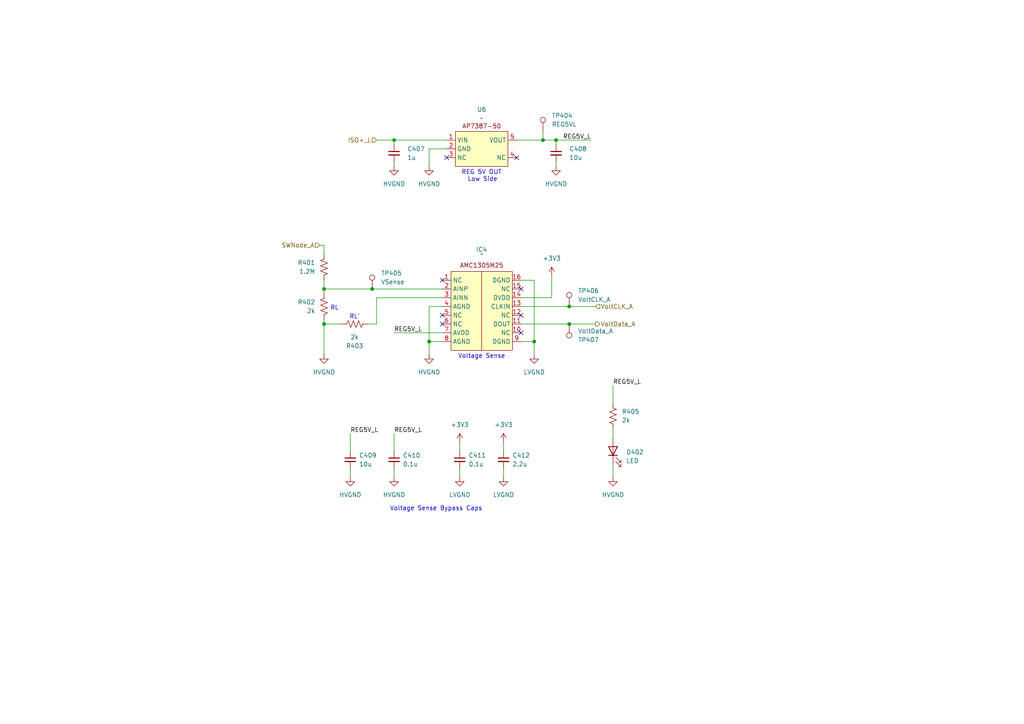
<source format=kicad_sch>
(kicad_sch (version 20250114) (generator "eeschema") (generator_version "9.0")
  (paper "A4")
  (lib_symbols
    (symbol "Connector:TestPoint" (pin_numbers (hide yes)) (pin_names (offset 0.762) (hide yes))
      (property "Reference" "TP" (at 0 6.858 0))
      (property "Value" "TestPoint" (at 0 5.08 0))
      (symbol "TestPoint_0_1"
        (circle (center 0 3.302) (radius 0.762))
      )
      (symbol "TestPoint_1_1"
        (pin passive line (at 0 0 90) (length 2.54) (name "1") (number "1"))
      )
    )
    (symbol "CustomMoco:AMC1305M25"
      (property "Reference" "IC" (at 0 0 0))
      (symbol "AMC1305M25_0_1"
        (polyline (pts (xy 0 11.43) (xy 0 -11.43)))
      )
      (symbol "AMC1305M25_1_1"
        (rectangle (start -8.89 11.43) (end 8.89 -11.43) (fill (type color) (color 255 255 194 1)))
        (text "AMC1305M25" (at 0 13.208 0) (effects (font (size 1.27 1.27))))
        (pin passive line (at -11.43 8.89 0) (length 2.54) (name "NC") (number "1"))
        (pin passive line (at -11.43 6.35 0) (length 2.54) (name "AINP") (number "2"))
        (pin passive line (at -11.43 3.81 0) (length 2.54) (name "AINN") (number "3"))
        (pin passive line (at -11.43 1.27 0) (length 2.54) (name "AGND") (number "4"))
        (pin passive line (at -11.43 -1.27 0) (length 2.54) (name "NC") (number "5"))
        (pin passive line (at -11.43 -3.81 0) (length 2.54) (name "NC") (number "6"))
        (pin passive line (at -11.43 -6.35 0) (length 2.54) (name "AVDD") (number "7"))
        (pin passive line (at -11.43 -8.89 0) (length 2.54) (name "AGND") (number "8"))
        (pin passive line (at 11.43 8.89 180) (length 2.54) (name "DGND") (number "16"))
        (pin passive line (at 11.43 6.35 180) (length 2.54) (name "NC") (number "15"))
        (pin passive line (at 11.43 3.81 180) (length 2.54) (name "DVDD") (number "14"))
        (pin passive line (at 11.43 1.27 180) (length 2.54) (name "CLKIN") (number "13"))
        (pin passive line (at 11.43 -1.27 180) (length 2.54) (name "NC") (number "12"))
        (pin passive line (at 11.43 -3.81 180) (length 2.54) (name "DOUT") (number "11"))
        (pin passive line (at 11.43 -6.35 180) (length 2.54) (name "NC") (number "10"))
        (pin passive line (at 11.43 -8.89 180) (length 2.54) (name "DGND") (number "9"))
      )
    )
    (symbol "CustomMoco:AP7387-50"
      (property "Reference" "U" (at 0 0 0))
      (symbol "AP7387-50_1_1"
        (rectangle (start -7.62 5.08) (end 7.62 -5.08) (fill (type color) (color 255 255 194 1)))
        (text "AP7387-50" (at 0 6.604 0) (effects (font (size 1.27 1.27))))
        (pin passive line (at -10.16 2.54 0) (length 2.54) (name "VIN") (number "1"))
        (pin passive line (at -10.16 0 0) (length 2.54) (name "GND") (number "2"))
        (pin passive line (at -10.16 -2.54 0) (length 2.54) (name "NC") (number "3"))
        (pin passive line (at 10.16 2.54 180) (length 2.54) (name "VOUT") (number "5"))
        (pin passive line (at 10.16 -2.54 180) (length 2.54) (name "NC") (number "4"))
      )
    )
    (symbol "Device:C_Small" (pin_numbers (hide yes)) (pin_names (offset 0.254) (hide yes))
      (property "Reference" "C" (at 0.254 1.778 0))
      (property "Value" "C_Small" (at 0.254 -2.032 0))
      (symbol "C_Small_0_1"
        (polyline (pts (xy -1.524 0.508) (xy 1.524 0.508)) (stroke (width 0.3048)))
        (polyline (pts (xy -1.524 -0.508) (xy 1.524 -0.508)) (stroke (width 0.3302)))
      )
      (symbol "C_Small_1_1"
        (pin passive line (at 0 2.54 270) (length 2.032) (name "~") (number "1"))
        (pin passive line (at 0 -2.54 90) (length 2.032) (name "~") (number "2"))
      )
    )
    (symbol "Device:LED" (pin_numbers (hide yes)) (pin_names (offset 1.016) (hide yes))
      (property "Reference" "D" (at 0 2.54 0))
      (property "Value" "LED" (at 0 -2.54 0))
      (symbol "LED_0_1"
        (polyline (pts (xy -3.048 -0.762) (xy -4.572 -2.286) (xy -3.81 -2.286) (xy -4.572 -2.286) (xy -4.572 -1.524)))
        (polyline (pts (xy -1.778 -0.762) (xy -3.302 -2.286) (xy -2.54 -2.286) (xy -3.302 -2.286) (xy -3.302 -1.524)))
        (polyline (pts (xy -1.27 0) (xy 1.27 0)))
        (polyline (pts (xy -1.27 -1.27) (xy -1.27 1.27)) (stroke (width 0.254)))
        (polyline (pts (xy 1.27 -1.27) (xy 1.27 1.27) (xy -1.27 0) (xy 1.27 -1.27)) (stroke (width 0.254)))
      )
      (symbol "LED_1_1"
        (pin passive line (at -3.81 0 0) (length 2.54) (name "K") (number "1"))
        (pin passive line (at 3.81 0 180) (length 2.54) (name "A") (number "2"))
      )
    )
    (symbol "Device:R_US" (pin_numbers (hide yes)) (pin_names (offset 0))
      (property "Reference" "R" (at 2.54 0 90))
      (property "Value" "R_US" (at -2.54 0 90))
      (symbol "R_US_0_1"
        (polyline (pts (xy 0 2.286) (xy 0 2.54)))
        (polyline (pts (xy 0 2.286) (xy 1.016 1.905) (xy 0 1.524) (xy -1.016 1.143) (xy 0 0.762)))
        (polyline (pts (xy 0 0.762) (xy 1.016 0.381) (xy 0 0) (xy -1.016 -0.381) (xy 0 -0.762)))
        (polyline (pts (xy 0 -0.762) (xy 1.016 -1.143) (xy 0 -1.524) (xy -1.016 -1.905) (xy 0 -2.286)))
        (polyline (pts (xy 0 -2.286) (xy 0 -2.54)))
      )
      (symbol "R_US_1_1"
        (pin passive line (at 0 3.81 270) (length 1.27) (name "~") (number "1"))
        (pin passive line (at 0 -3.81 90) (length 1.27) (name "~") (number "2"))
      )
    )
    (symbol "power:+3V3" (power) (pin_numbers (hide yes)) (pin_names (offset 0) (hide yes))
      (property "Value" "+3V3" (at 0 3.556 0))
      (symbol "+3V3_0_1"
        (polyline (pts (xy -0.762 1.27) (xy 0 2.54)))
        (polyline (pts (xy 0 2.54) (xy 0.762 1.27)))
        (polyline (pts (xy 0 0) (xy 0 2.54)))
      )
      (symbol "+3V3_1_1"
        (pin power_in line (at 0 0 90) (length 0) (name "~") (number "1"))
      )
    )
    (symbol "power:GND" (power) (pin_numbers (hide yes)) (pin_names (offset 0) (hide yes))
      (property "Value" "GND" (at 0 -3.81 0))
      (symbol "GND_0_1"
        (polyline (pts (xy 0 0) (xy 0 -1.27) (xy 1.27 -1.27) (xy 0 -2.54) (xy -1.27 -1.27) (xy 0 -1.27)))
      )
      (symbol "GND_1_1"
        (pin power_in line (at 0 0 270) (length 0) (name "~") (number "1"))
      )
    )
  )
  (text "REG 5V OUT" (at 139.7 50.038 0) (effects (font (size 1.27 1.27))))
  (text "Low Side" (at 139.954 52.07 0) (effects (font (size 1.27 1.27))))
  (text "Voltage Sense" (at 139.7 103.378 0) (effects (font (size 1.27 1.27))))
  (text "RL" (at 97.028 89.408 0) (effects (font (size 1.27 1.27))))
  (text "Voltage Sense Bypass Caps" (at 126.492 147.574 0) (effects (font (size 1.27 1.27))))
  (text "RL'" (at 102.87 91.948 0) (effects (font (size 1.27 1.27))))
  (junction (at 124.46 99.06))
  (junction (at 93.98 93.98))
  (junction (at 93.98 83.82))
  (junction (at 154.94 99.06))
  (junction (at 165.1 93.98))
  (junction (at 157.48 40.64))
  (junction (at 114.3 40.64))
  (junction (at 161.29 40.64))
  (junction (at 107.95 83.82))
  (junction (at 165.1 88.9))
  (no_connect (at 151.13 83.82))
  (no_connect (at 128.27 93.98))
  (no_connect (at 128.27 91.44))
  (no_connect (at 151.13 96.52))
  (no_connect (at 149.86 45.72))
  (no_connect (at 129.54 45.72))
  (no_connect (at 151.13 91.44))
  (no_connect (at 128.27 81.28))
  (wire (pts (xy 177.8 124.46) (xy 177.8 127)))
  (wire (pts (xy 107.95 83.82) (xy 128.27 83.82)))
  (wire (pts (xy 165.1 93.98) (xy 172.72 93.98)))
  (wire (pts (xy 129.54 43.18) (xy 124.46 43.18)))
  (wire (pts (xy 124.46 88.9) (xy 128.27 88.9)))
  (wire (pts (xy 151.13 99.06) (xy 154.94 99.06)))
  (wire (pts (xy 154.94 81.28) (xy 154.94 99.06)))
  (wire (pts (xy 93.98 93.98) (xy 93.98 92.71)))
  (wire (pts (xy 93.98 81.28) (xy 93.98 83.82)))
  (wire (pts (xy 146.05 128.27) (xy 146.05 130.81)))
  (wire (pts (xy 161.29 46.99) (xy 161.29 48.26)))
  (wire (pts (xy 93.98 85.09) (xy 93.98 83.82)))
  (wire (pts (xy 114.3 40.64) (xy 114.3 41.91)))
  (wire (pts (xy 146.05 135.89) (xy 146.05 138.43)))
  (wire (pts (xy 101.6 135.89) (xy 101.6 138.43)))
  (wire (pts (xy 109.22 86.36) (xy 109.22 93.98)))
  (wire (pts (xy 133.35 135.89) (xy 133.35 138.43)))
  (wire (pts (xy 151.13 86.36) (xy 160.02 86.36)))
  (wire (pts (xy 92.71 71.12) (xy 93.98 71.12)))
  (wire (pts (xy 165.1 88.9) (xy 172.72 88.9)))
  (wire (pts (xy 124.46 102.87) (xy 124.46 99.06)))
  (wire (pts (xy 124.46 43.18) (xy 124.46 48.26)))
  (wire (pts (xy 160.02 80.01) (xy 160.02 86.36)))
  (wire (pts (xy 133.35 128.27) (xy 133.35 130.81)))
  (wire (pts (xy 114.3 46.99) (xy 114.3 48.26)))
  (wire (pts (xy 157.48 40.64) (xy 161.29 40.64)))
  (wire (pts (xy 106.68 93.98) (xy 109.22 93.98)))
  (wire (pts (xy 93.98 71.12) (xy 93.98 73.66)))
  (wire (pts (xy 109.22 86.36) (xy 128.27 86.36)))
  (wire (pts (xy 109.22 40.64) (xy 114.3 40.64)))
  (wire (pts (xy 151.13 93.98) (xy 165.1 93.98)))
  (wire (pts (xy 161.29 40.64) (xy 171.45 40.64)))
  (wire (pts (xy 101.6 125.73) (xy 101.6 130.81)))
  (wire (pts (xy 114.3 96.52) (xy 128.27 96.52)))
  (wire (pts (xy 157.48 38.1) (xy 157.48 40.64)))
  (wire (pts (xy 124.46 99.06) (xy 124.46 88.9)))
  (wire (pts (xy 149.86 40.64) (xy 157.48 40.64)))
  (wire (pts (xy 151.13 81.28) (xy 154.94 81.28)))
  (wire (pts (xy 93.98 93.98) (xy 93.98 102.87)))
  (wire (pts (xy 124.46 99.06) (xy 128.27 99.06)))
  (wire (pts (xy 177.8 134.62) (xy 177.8 138.43)))
  (wire (pts (xy 114.3 125.73) (xy 114.3 130.81)))
  (wire (pts (xy 99.06 93.98) (xy 93.98 93.98)))
  (wire (pts (xy 154.94 102.87) (xy 154.94 99.06)))
  (wire (pts (xy 114.3 135.89) (xy 114.3 138.43)))
  (wire (pts (xy 114.3 40.64) (xy 129.54 40.64)))
  (wire (pts (xy 177.8 111.76) (xy 177.8 116.84)))
  (wire (pts (xy 151.13 88.9) (xy 165.1 88.9)))
  (wire (pts (xy 161.29 40.64) (xy 161.29 41.91)))
  (wire (pts (xy 93.98 83.82) (xy 107.95 83.82)))
  (label "REG5V_L" (at 114.3 96.52 0))
  (label "REG5V_L" (at 171.45 40.64 180))
  (label "REG5V_L" (at 114.3 125.73 0))
  (label "REG5V_L" (at 177.8 111.76 0))
  (label "REG5V_L" (at 101.6 125.73 0))
  (hierarchical_label "VoltData_A" (shape output) (at 172.72 93.98 0))
  (hierarchical_label "VoltCLK_A" (shape input) (at 172.72 88.9 0))
  (hierarchical_label "ISO+_L" (shape input) (at 109.22 40.64 180))
  (hierarchical_label "SWNode_A" (shape input) (at 92.71 71.12 180))
  (symbol (lib_id "Device:R_US") (at 93.98 77.47 0) (mirror y) (unit 1)
    (property "Reference" "R401" (at 91.44 76.1999 0) (effects (justify left)))
    (property "Value" "1.2M" (at 91.44 78.7399 0) (effects (justify left)))
    (property "Footprint" "Resistor_SMD:R_1206_3216Metric" (effects (hide yes)))
    (property "Description" "Resistor, US symbol" (effects (hide yes)))
    (instances (project "TractionInverter" (path "" (reference "R401") (unit 1)) (path "" (reference "R406") (unit 1))))
  )
  (symbol (lib_id "power:GND") (at 154.94 102.87 0) (unit 1)
    (property "Reference" "#PWR035" (effects (hide yes)))
    (property "Value" "LVGND" (at 154.94 107.95 0))
    (property "Description" "Power symbol creates a global label with name \"GND\" , ground" (effects (hide yes)))
    (instances (project "TractionInverter" (path "" (reference "#PWR035") (unit 1)) (path "" (reference "#PWR075") (unit 1))))
  )
  (symbol (lib_id "power:GND") (at 124.46 102.87 0) (unit 1)
    (property "Reference" "#PWR039" (effects (hide yes)))
    (property "Value" "HVGND" (at 124.46 107.95 0))
    (property "Description" "Power symbol creates a global label with name \"GND\" , ground" (effects (hide yes)))
    (instances (project "TractionInverter" (path "" (reference "#PWR039") (unit 1)) (path "" (reference "#PWR061") (unit 1))))
  )
  (symbol (lib_id "CustomMoco:AP7387-50") (at 139.7 43.18 0) (unit 1)
    (property "Reference" "U6" (at 139.7 31.75 0))
    (property "Value" "~" (at 139.7 34.29 0))
    (property "Footprint" "CustomMoco:SOT95P285X140-5N" (effects (hide yes)))
    (instances (project "TractionInverter" (path "" (reference "U6") (unit 1)) (path "" (reference "U7") (unit 1))))
  )
  (symbol (lib_id "Device:R_US") (at 177.8 120.65 0) (unit 1)
    (property "Reference" "R405" (at 180.34 119.3799 0) (effects (justify left)))
    (property "Value" "2k" (at 180.34 121.9199 0) (effects (justify left)))
    (property "Footprint" "Resistor_SMD:R_0603_1608Metric" (effects (hide yes)))
    (property "Description" "Resistor, US symbol" (effects (hide yes)))
    (instances (project "TractionInverter" (path "" (reference "R405") (unit 1)) (path "" (reference "R409") (unit 1))))
  )
  (symbol (lib_id "power:GND") (at 146.05 138.43 0) (unit 1)
    (property "Reference" "#PWR044" (effects (hide yes)))
    (property "Value" "LVGND" (at 146.05 143.51 0))
    (property "Description" "Power symbol creates a global label with name \"GND\" , ground" (effects (hide yes)))
    (instances (project "TractionInverter" (path "" (reference "#PWR044") (unit 1)) (path "" (reference "#PWR070") (unit 1))))
  )
  (symbol (lib_id "power:+3V3") (at 160.02 80.01 0) (unit 1)
    (property "Reference" "#PWR051" (effects (hide yes)))
    (property "Value" "+3V3" (at 160.02 74.93 0))
    (property "Description" "Power symbol creates a global label with name \"+3V3\"" (effects (hide yes)))
    (instances (project "TractionInverter" (path "" (reference "#PWR051") (unit 1)) (path "" (reference "#PWR076") (unit 1))))
  )
  (symbol (lib_id "Device:C_Small") (at 146.05 133.35 0) (unit 1)
    (property "Reference" "C412" (at 148.59 132.0862 0) (effects (justify left)))
    (property "Value" "2.2u" (at 148.59 134.6262 0) (effects (justify left)))
    (property "Footprint" "Capacitor_SMD:C_0603_1608Metric" (effects (hide yes)))
    (property "Description" "Unpolarized capacitor, small symbol" (effects (hide yes)))
    (instances (project "TractionInverter" (path "" (reference "C412") (unit 1)) (path "" (reference "C417") (unit 1))))
  )
  (symbol (lib_id "power:GND") (at 114.3 138.43 0) (unit 1)
    (property "Reference" "#PWR042" (effects (hide yes)))
    (property "Value" "HVGND" (at 114.3 143.51 0))
    (property "Description" "Power symbol creates a global label with name \"GND\" , ground" (effects (hide yes)))
    (instances (project "TractionInverter" (path "" (reference "#PWR042") (unit 1)) (path "" (reference "#PWR059") (unit 1))))
  )
  (symbol (lib_id "Device:R_US") (at 93.98 88.9 0) (mirror y) (unit 1)
    (property "Reference" "R402" (at 91.44 87.6299 0) (effects (justify left)))
    (property "Value" "2k" (at 91.44 90.1699 0) (effects (justify left)))
    (property "Footprint" "Resistor_SMD:R_0603_1608Metric" (effects (hide yes)))
    (property "Description" "Resistor, US symbol" (effects (hide yes)))
    (instances (project "TractionInverter" (path "" (reference "R402") (unit 1)) (path "" (reference "R407") (unit 1))))
  )
  (symbol (lib_id "Device:C_Small") (at 114.3 44.45 0) (unit 1)
    (property "Reference" "C407" (at 118.11 43.1862 0) (effects (justify left)))
    (property "Value" "1u" (at 118.11 45.7262 0) (effects (justify left)))
    (property "Footprint" "Capacitor_SMD:C_0603_1608Metric" (effects (hide yes)))
    (property "Description" "Unpolarized capacitor, small symbol" (effects (hide yes)))
    (instances (project "TractionInverter" (path "" (reference "C407") (unit 1)) (path "" (reference "C414") (unit 1))))
  )
  (symbol (lib_id "power:+3V3") (at 133.35 128.27 0) (unit 1)
    (property "Reference" "#PWR049" (effects (hide yes)))
    (property "Value" "+3V3" (at 133.35 123.19 0))
    (property "Description" "Power symbol creates a global label with name \"+3V3\"" (effects (hide yes)))
    (instances (project "TractionInverter" (path "" (reference "#PWR049") (unit 1)) (path "" (reference "#PWR062") (unit 1))))
  )
  (symbol (lib_id "power:GND") (at 124.46 48.26 0) (unit 1)
    (property "Reference" "#PWR037" (effects (hide yes)))
    (property "Value" "HVGND" (at 124.46 53.34 0))
    (property "Description" "Power symbol creates a global label with name \"GND\" , ground" (effects (hide yes)))
    (instances (project "TractionInverter" (path "" (reference "#PWR037") (unit 1)) (path "" (reference "#PWR060") (unit 1))))
  )
  (symbol (lib_id "power:GND") (at 133.35 138.43 0) (unit 1)
    (property "Reference" "#PWR043" (effects (hide yes)))
    (property "Value" "LVGND" (at 133.35 143.51 0))
    (property "Description" "Power symbol creates a global label with name \"GND\" , ground" (effects (hide yes)))
    (instances (project "TractionInverter" (path "" (reference "#PWR043") (unit 1)) (path "" (reference "#PWR064") (unit 1))))
  )
  (symbol (lib_id "power:GND") (at 114.3 48.26 0) (unit 1)
    (property "Reference" "#PWR036" (effects (hide yes)))
    (property "Value" "HVGND" (at 114.3 53.34 0))
    (property "Description" "Power symbol creates a global label with name \"GND\" , ground" (effects (hide yes)))
    (instances (project "TractionInverter" (path "" (reference "#PWR036") (unit 1)) (path "" (reference "#PWR056") (unit 1))))
  )
  (symbol (lib_id "Connector:TestPoint") (at 157.48 38.1 0) (unit 1)
    (property "Reference" "TP404" (at 160.02 33.5279 0) (effects (justify left)))
    (property "Value" "REG5VL" (at 160.02 36.0679 0) (effects (justify left)))
    (property "Footprint" "CustomMoco:5281" (effects (hide yes)))
    (property "Description" "test point" (effects (hide yes)))
    (instances (project "TractionInverter" (path "" (reference "TP404") (unit 1)) (path "" (reference "TP409") (unit 1))))
  )
  (symbol (lib_id "power:GND") (at 101.6 138.43 0) (unit 1)
    (property "Reference" "#PWR041" (effects (hide yes)))
    (property "Value" "HVGND" (at 101.6 143.51 0))
    (property "Description" "Power symbol creates a global label with name \"GND\" , ground" (effects (hide yes)))
    (instances (project "TractionInverter" (path "" (reference "#PWR041") (unit 1)) (path "" (reference "#PWR055") (unit 1))))
  )
  (symbol (lib_id "Device:C_Small") (at 133.35 133.35 0) (unit 1)
    (property "Reference" "C411" (at 135.89 132.0862 0) (effects (justify left)))
    (property "Value" "0.1u" (at 135.89 134.6262 0) (effects (justify left)))
    (property "Footprint" "Capacitor_SMD:C_0603_1608Metric" (effects (hide yes)))
    (property "Description" "Unpolarized capacitor, small symbol" (effects (hide yes)))
    (instances (project "TractionInverter" (path "" (reference "C411") (unit 1)) (path "" (reference "C416") (unit 1))))
  )
  (symbol (lib_id "Connector:TestPoint") (at 107.95 83.82 0) (unit 1)
    (property "Reference" "TP405" (at 110.49 79.2479 0) (effects (justify left)))
    (property "Value" "VSense" (at 110.49 81.7879 0) (effects (justify left)))
    (property "Footprint" "TestPoint:TestPoint_Pad_D2.0mm" (effects (hide yes)))
    (property "Description" "test point" (effects (hide yes)))
    (instances (project "TractionInverter" (path "" (reference "TP405") (unit 1)) (path "" (reference "TP408") (unit 1))))
  )
  (symbol (lib_id "Connector:TestPoint") (at 165.1 93.98 0) (mirror x) (unit 1)
    (property "Reference" "TP407" (at 167.64 98.5521 0) (effects (justify left)))
    (property "Value" "VoltData_A" (at 167.64 96.0121 0) (effects (justify left)))
    (property "Footprint" "TestPoint:TestPoint_Pad_D2.0mm" (effects (hide yes)))
    (property "Description" "test point" (effects (hide yes)))
    (instances (project "TractionInverter" (path "" (reference "TP407") (unit 1)) (path "" (reference "TP411") (unit 1))))
  )
  (symbol (lib_id "power:GND") (at 177.8 138.43 0) (unit 1)
    (property "Reference" "#PWR048" (effects (hide yes)))
    (property "Value" "HVGND" (at 177.8 143.51 0))
    (property "Description" "Power symbol creates a global label with name \"GND\" , ground" (effects (hide yes)))
    (instances (project "TractionInverter" (path "" (reference "#PWR048") (unit 1)) (path "" (reference "#PWR078") (unit 1))))
  )
  (symbol (lib_id "Connector:TestPoint") (at 165.1 88.9 0) (unit 1)
    (property "Reference" "TP406" (at 167.64 84.3279 0) (effects (justify left)))
    (property "Value" "VoltCLK_A" (at 167.64 86.8679 0) (effects (justify left)))
    (property "Footprint" "TestPoint:TestPoint_Pad_D2.0mm" (effects (hide yes)))
    (property "Description" "test point" (effects (hide yes)))
    (instances (project "TractionInverter" (path "" (reference "TP406") (unit 1)) (path "" (reference "TP410") (unit 1))))
  )
  (symbol (lib_id "Device:R_US") (at 102.87 93.98 90) (unit 1)
    (property "Reference" "R403" (at 102.87 100.33 90))
    (property "Value" "2k" (at 102.87 97.79 90))
    (property "Footprint" "Resistor_SMD:R_0603_1608Metric" (effects (hide yes)))
    (property "Description" "Resistor, US symbol" (effects (hide yes)))
    (instances (project "TractionInverter" (path "" (reference "R403") (unit 1)) (path "" (reference "R408") (unit 1))))
  )
  (symbol (lib_id "CustomMoco:AMC1305M25") (at 139.7 90.17 0) (unit 1)
    (property "Reference" "IC4" (at 139.7 72.39 0))
    (property "Value" "~" (at 139.7 73.66 0))
    (property "Footprint" "Package_SO:SOIC-16W_7.5x10.3mm_P1.27mm" (effects (hide yes)))
    (instances (project "TractionInverter" (path "" (reference "IC4") (unit 1)) (path "" (reference "IC5") (unit 1))))
  )
  (symbol (lib_id "Device:C_Small") (at 161.29 44.45 0) (unit 1)
    (property "Reference" "C408" (at 165.1 43.1862 0) (effects (justify left)))
    (property "Value" "10u" (at 165.1 45.7262 0) (effects (justify left)))
    (property "Footprint" "Capacitor_SMD:C_0603_1608Metric" (effects (hide yes)))
    (property "Description" "Unpolarized capacitor, small symbol" (effects (hide yes)))
    (instances (project "TractionInverter" (path "" (reference "C408") (unit 1)) (path "" (reference "C418") (unit 1))))
  )
  (symbol (lib_id "Device:C_Small") (at 114.3 133.35 0) (unit 1)
    (property "Reference" "C410" (at 116.84 132.0862 0) (effects (justify left)))
    (property "Value" "0.1u" (at 116.84 134.6262 0) (effects (justify left)))
    (property "Footprint" "Capacitor_SMD:C_0603_1608Metric" (effects (hide yes)))
    (property "Description" "Unpolarized capacitor, small symbol" (effects (hide yes)))
    (instances (project "TractionInverter" (path "" (reference "C410") (unit 1)) (path "" (reference "C415") (unit 1))))
  )
  (symbol (lib_id "power:GND") (at 93.98 102.87 0) (unit 1)
    (property "Reference" "#PWR040" (effects (hide yes)))
    (property "Value" "HVGND" (at 93.98 107.95 0))
    (property "Description" "Power symbol creates a global label with name \"GND\" , ground" (effects (hide yes)))
    (instances (project "TractionInverter" (path "" (reference "#PWR040") (unit 1)) (path "" (reference "#PWR050") (unit 1))))
  )
  (symbol (lib_id "Device:LED") (at 177.8 130.81 90) (unit 1)
    (property "Reference" "D402" (at 181.61 131.1274 90) (effects (justify right)))
    (property "Value" "LED" (at 181.61 133.6674 90) (effects (justify right)))
    (property "Footprint" "LED_SMD:LED_0603_1608Metric" (effects (hide yes)))
    (property "Description" "Light emitting diode" (effects (hide yes)))
    (property "Sim.Pins" "1=K 2=A" (effects (hide yes)))
    (instances (project "TractionInverter" (path "" (reference "D402") (unit 1)) (path "" (reference "D403") (unit 1))))
  )
  (symbol (lib_id "power:GND") (at 161.29 48.26 0) (unit 1)
    (property "Reference" "#PWR038" (effects (hide yes)))
    (property "Value" "HVGND" (at 161.29 53.34 0))
    (property "Description" "Power symbol creates a global label with name \"GND\" , ground" (effects (hide yes)))
    (instances (project "TractionInverter" (path "" (reference "#PWR038") (unit 1)) (path "" (reference "#PWR077") (unit 1))))
  )
  (symbol (lib_id "Device:C_Small") (at 101.6 133.35 0) (unit 1)
    (property "Reference" "C409" (at 104.14 132.0862 0) (effects (justify left)))
    (property "Value" "10u" (at 104.14 134.6262 0) (effects (justify left)))
    (property "Footprint" "Capacitor_SMD:C_0603_1608Metric" (effects (hide yes)))
    (property "Description" "Unpolarized capacitor, small symbol" (effects (hide yes)))
    (instances (project "TractionInverter" (path "" (reference "C409") (unit 1)) (path "" (reference "C413") (unit 1))))
  )
  (symbol (lib_id "power:+3V3") (at 146.05 128.27 0) (unit 1)
    (property "Reference" "#PWR047" (effects (hide yes)))
    (property "Value" "+3V3" (at 146.05 123.19 0))
    (property "Description" "Power symbol creates a global label with name \"+3V3\"" (effects (hide yes)))
    (instances (project "TractionInverter" (path "" (reference "#PWR047") (unit 1)) (path "" (reference "#PWR066") (unit 1))))
  )
)
</source>
